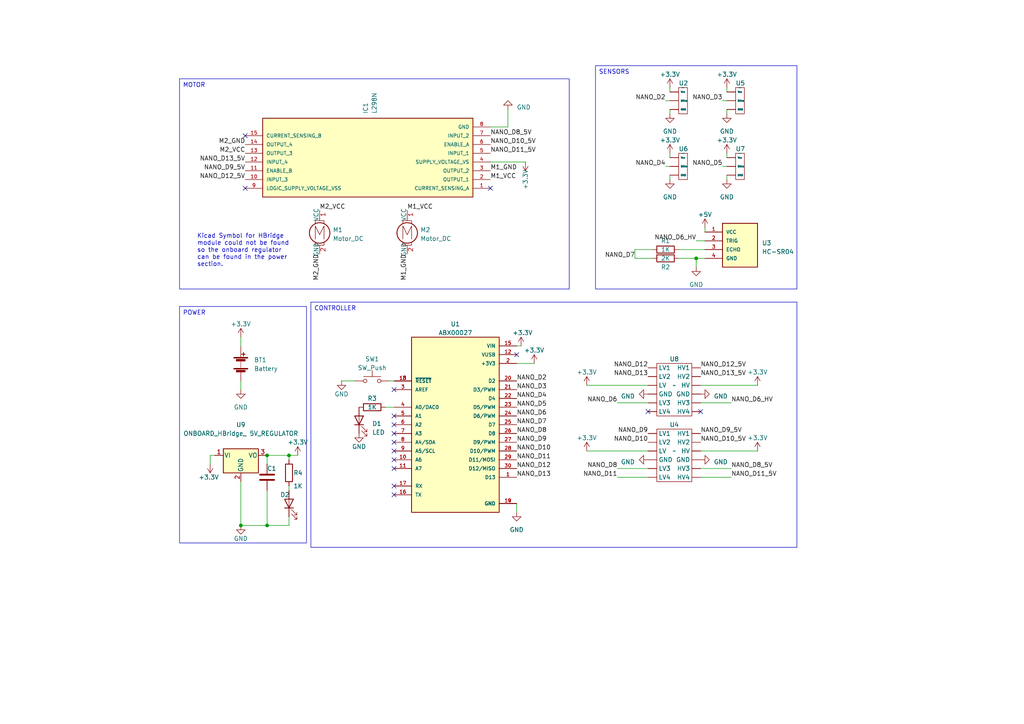
<source format=kicad_sch>
(kicad_sch (version 20230121) (generator eeschema)
  (paper "A4")
  (title_block (title "EEE3099S_Group1_Circuit_Design") (rev "1") (company "University of Cape Town") (comment 1 "Siyabonga Nhlapo (NHLSIY008)") (comment 2 "Gathuku Matheri (MTHGAT001) ") (comment 3 "Nathan Sieberhagen (SBRNAT004)") (comment 4 "Group Members:"))
  (lib_symbols
    (symbol "Device:Battery" (pin_numbers hide) (pin_names (offset 0) hide)
      (property "Reference" "BT" (at 2.54 2.54 0))
      (property "Value" "Battery" (at 2.54 0 0))
      (symbol "Battery_0_1"
        (rectangle (start -2.032 -1.397) (end 2.032 -1.651) (fill (type outline)))
        (rectangle (start -2.032 1.778) (end 2.032 1.524) (fill (type outline)))
        (rectangle (start -1.3208 -1.9812) (end 1.27 -2.4892) (fill (type outline)))
        (rectangle (start -1.3208 1.1938) (end 1.27 0.6858) (fill (type outline)))
        (polyline (pts (xy 0 -1.524) (xy 0 -1.27)))
        (polyline (pts (xy 0 -1.016) (xy 0 -0.762)))
        (polyline (pts (xy 0 -0.508) (xy 0 -0.254)))
        (polyline (pts (xy 0 0) (xy 0 0.254)))
        (polyline (pts (xy 0 0.508) (xy 0 0.762)))
        (polyline (pts (xy 0 1.778) (xy 0 2.54)))
        (polyline (pts (xy 0.254 2.667) (xy 1.27 2.667)) (stroke (width 0.254)))
        (polyline (pts (xy 0.762 3.175) (xy 0.762 2.159)) (stroke (width 0.254)))
      )
      (symbol "Battery_1_1"
        (pin passive line (at 0 5.08 270) (length 2.54) (name "+") (number "1"))
        (pin passive line (at 0 -5.08 90) (length 2.54) (name "-") (number "2"))
      )
    )
    (symbol "Device:C" (pin_numbers hide) (pin_names (offset 0.254))
      (property "Reference" "C" (at 0.635 2.54 0))
      (property "Value" "C" (at 0.635 -2.54 0))
      (symbol "C_0_1"
        (polyline (pts (xy -2.032 -0.762) (xy 2.032 -0.762)) (stroke (width 0.508)))
        (polyline (pts (xy -2.032 0.762) (xy 2.032 0.762)) (stroke (width 0.508)))
      )
      (symbol "C_1_1"
        (pin passive line (at 0 3.81 270) (length 2.794) (name "~") (number "1"))
        (pin passive line (at 0 -3.81 90) (length 2.794) (name "~") (number "2"))
      )
    )
    (symbol "Device:LED" (pin_numbers hide) (pin_names (offset 1.016) hide)
      (property "Reference" "D" (at 0 2.54 0))
      (property "Value" "LED" (at 0 -2.54 0))
      (symbol "LED_0_1"
        (polyline (pts (xy -1.27 -1.27) (xy -1.27 1.27)) (stroke (width 0.254)))
        (polyline (pts (xy -1.27 0) (xy 1.27 0)))
        (polyline (pts (xy 1.27 -1.27) (xy 1.27 1.27) (xy -1.27 0) (xy 1.27 -1.27)) (stroke (width 0.254)))
        (polyline (pts (xy -3.048 -0.762) (xy -4.572 -2.286) (xy -3.81 -2.286) (xy -4.572 -2.286) (xy -4.572 -1.524)))
        (polyline (pts (xy -1.778 -0.762) (xy -3.302 -2.286) (xy -2.54 -2.286) (xy -3.302 -2.286) (xy -3.302 -1.524)))
      )
      (symbol "LED_1_1"
        (pin passive line (at -3.81 0 0) (length 2.54) (name "K") (number "1"))
        (pin passive line (at 3.81 0 180) (length 2.54) (name "A") (number "2"))
      )
    )
    (symbol "Device:R" (pin_numbers hide) (pin_names (offset 0))
      (property "Reference" "R" (at 2.032 0 90))
      (property "Value" "R" (at 0 0 90))
      (symbol "R_0_1"
        (rectangle (start -1.016 -2.54) (end 1.016 2.54) (stroke (width 0.254)))
      )
      (symbol "R_1_1"
        (pin passive line (at 0 3.81 270) (length 1.27) (name "~") (number "1"))
        (pin passive line (at 0 -3.81 90) (length 1.27) (name "~") (number "2"))
      )
    )
    (symbol "Digital_DFrobot_1"
      (property "Reference" "U2" (at -1.27 5.08 0))
      (property "Value" "~" (at 0 3.81 0))
      (symbol "Digital_DFrobot_1_0_1"
        (polyline (pts (xy -1.27 3.81) (xy 1.27 3.81) (xy 1.27 -3.81) (xy -1.27 -3.81) (xy -1.27 3.81)))
      )
      (symbol "Digital_DFrobot_1_1_1"
        (pin input line (at -3.81 0 0) (length 2.54) (name "Dline") (number ""))
        (pin input line (at -3.81 -2.54 0) (length 2.54) (name "GND") (number ""))
        (pin input line (at -3.81 2.54 0) (length 2.54) (name "Vcc") (number ""))
      )
    )
    (symbol "EEE3099S_Project_Symbols:ABX00027" (pin_names (offset 1.016))
      (property "Reference" "U" (at -12.7 26.67 0))
      (property "Value" "ABX00027" (at -12.7 -26.67 0))
      (symbol "ABX00027_0_0"
        (rectangle (start -12.7 -25.4) (end 12.7 25.4) (stroke (width 0.254)) (fill (type background)))
        (pin bidirectional line (at 17.78 -15.24 180) (length 5.08) (name "D13") (number "1"))
        (pin input line (at -17.78 -10.16 0) (length 5.08) (name "A6") (number "10"))
        (pin input line (at -17.78 -12.7 0) (length 5.08) (name "A7") (number "11"))
        (pin power_in line (at 17.78 20.32 180) (length 5.08) (name "VUSB") (number "12"))
        (pin input line (at -17.78 12.7 0) (length 5.08) (name "~{RESET}") (number "13"))
        (pin power_in line (at 17.78 -22.86 180) (length 5.08) (name "GND") (number "14"))
        (pin power_in line (at 17.78 22.86 180) (length 5.08) (name "VIN") (number "15"))
        (pin bidirectional line (at -17.78 -20.32 0) (length 5.08) (name "TX") (number "16"))
        (pin bidirectional line (at -17.78 -17.78 0) (length 5.08) (name "RX") (number "17"))
        (pin input line (at -17.78 12.7 0) (length 5.08) (name "~{RESET}") (number "18"))
        (pin power_in line (at 17.78 -22.86 180) (length 5.08) (name "GND") (number "19"))
        (pin power_in line (at 17.78 17.78 180) (length 5.08) (name "+3V3") (number "2"))
        (pin bidirectional line (at 17.78 12.7 180) (length 5.08) (name "D2") (number "20"))
        (pin bidirectional line (at 17.78 10.16 180) (length 5.08) (name "D3/PWM") (number "21"))
        (pin bidirectional line (at 17.78 7.62 180) (length 5.08) (name "D4") (number "22"))
        (pin bidirectional line (at 17.78 5.08 180) (length 5.08) (name "D5/PWM") (number "23"))
        (pin bidirectional line (at 17.78 2.54 180) (length 5.08) (name "D6/PWM") (number "24"))
        (pin bidirectional line (at 17.78 0 180) (length 5.08) (name "D7") (number "25"))
        (pin bidirectional line (at 17.78 -2.54 180) (length 5.08) (name "D8") (number "26"))
        (pin bidirectional line (at 17.78 -5.08 180) (length 5.08) (name "D9/PWM") (number "27"))
        (pin bidirectional line (at 17.78 -7.62 180) (length 5.08) (name "D10/PWM") (number "28"))
        (pin bidirectional line (at 17.78 -10.16 180) (length 5.08) (name "D11/MOSI") (number "29"))
        (pin input line (at -17.78 10.16 0) (length 5.08) (name "AREF") (number "3"))
        (pin bidirectional line (at 17.78 -12.7 180) (length 5.08) (name "D12/MISO") (number "30"))
        (pin bidirectional line (at -17.78 5.08 0) (length 5.08) (name "A0/DAC0") (number "4"))
        (pin input line (at -17.78 2.54 0) (length 5.08) (name "A1") (number "5"))
        (pin input line (at -17.78 0 0) (length 5.08) (name "A2") (number "6"))
        (pin input line (at -17.78 -2.54 0) (length 5.08) (name "A3") (number "7"))
        (pin input line (at -17.78 -5.08 0) (length 5.08) (name "A4/SDA") (number "8"))
        (pin input line (at -17.78 -7.62 0) (length 5.08) (name "A5/SCL") (number "9"))
      )
    )
    (symbol "EEE3099S_Project_Symbols:HC-SR04" (pin_names (offset 1.016))
      (property "Reference" "U" (at 0 5.0813 0))
      (property "Value" "HC-SR04" (at 0 -10.163 0))
      (symbol "HC-SR04_0_0"
        (rectangle (start 0 -7.62) (end 10.16 5.08) (stroke (width 0.254)) (fill (type background)))
        (pin power_in line (at -5.08 2.54 0) (length 5.08) (name "VCC") (number "1"))
        (pin bidirectional line (at -5.08 0 0) (length 5.08) (name "TRIG") (number "2"))
        (pin bidirectional line (at -5.08 -2.54 0) (length 5.08) (name "ECHO") (number "3"))
        (pin power_in line (at -5.08 -5.08 0) (length 5.08) (name "GND") (number "4"))
      )
    )
    (symbol "EEE3099S_Project_Symbols:L298N" (pin_names (offset 1.016))
      (property "Reference" "IC" (at 67.31 7.62 0))
      (property "Value" "L298N" (at 67.31 5.08 0))
      (symbol "L298N_0_0"
        (rectangle (start 5.08 -20.32) (end 66.04 2.54) (stroke (width 0.254)) (fill (type background)))
        (pin input line (at 0 0 0) (length 5.08) (name "CURRENT_SENSING_A") (number "1"))
        (pin input line (at 71.12 -2.54 180) (length 5.08) (name "INPUT_3") (number "10"))
        (pin input line (at 71.12 -5.08 180) (length 5.08) (name "ENABLE_B") (number "11"))
        (pin input line (at 71.12 -7.62 180) (length 5.08) (name "INPUT_4") (number "12"))
        (pin output line (at 71.12 -10.16 180) (length 5.08) (name "OUTPUT_3") (number "13"))
        (pin output line (at 71.12 -12.7 180) (length 5.08) (name "OUTPUT_4") (number "14"))
        (pin input line (at 71.12 -15.24 180) (length 5.08) (name "CURRENT_SENSING_B") (number "15"))
        (pin output line (at 0 -2.54 0) (length 5.08) (name "OUTPUT_1") (number "2"))
        (pin output line (at 0 -5.08 0) (length 5.08) (name "OUTPUT_2") (number "3"))
        (pin power_in line (at 0 -7.62 0) (length 5.08) (name "SUPPLY_VOLTAGE_VS") (number "4"))
        (pin input line (at 0 -10.16 0) (length 5.08) (name "INPUT_1") (number "5"))
        (pin input line (at 0 -12.7 0) (length 5.08) (name "ENABLE_A") (number "6"))
        (pin input line (at 0 -15.24 0) (length 5.08) (name "INPUT_2") (number "7"))
        (pin power_in line (at 0 -17.78 0) (length 5.08) (name "GND") (number "8"))
        (pin power_in line (at 71.12 0 180) (length 5.08) (name "LOGIC_SUPPLY_VOLTAGE_VSS") (number "9"))
      )
    )
    (symbol "EEE3099S_Project_Symbols:Logic_Level_Converter_Bidirectional_4_Channel"
      (property "Reference" "U4" (at 0 7.62 0))
      (property "Value" "~" (at 0 0 0))
      (symbol "Logic_Level_Converter_Bidirectional_4_Channel_0_1"
        (polyline (pts (xy -5.08 6.35) (xy 5.08 6.35) (xy 5.08 -8.89) (xy -5.08 -8.89) (xy -5.08 6.35) (xy -5.08 6.35)))
      )
      (symbol "Logic_Level_Converter_Bidirectional_4_Channel_1_1"
        (pin input line (at -7.62 -2.54 0) (length 2.54) (name "GND") (number ""))
        (pin input line (at 7.62 -2.54 180) (length 2.54) (name "GND") (number ""))
        (pin input line (at 7.62 0 180) (length 2.54) (name "HV") (number ""))
        (pin input line (at 7.62 5.08 180) (length 2.54) (name "HV1") (number ""))
        (pin input line (at 7.62 2.54 180) (length 2.54) (name "HV2") (number ""))
        (pin input line (at 7.62 -5.08 180) (length 2.54) (name "HV3") (number ""))
        (pin input line (at 7.62 -7.62 180) (length 2.54) (name "HV4") (number ""))
        (pin input line (at -7.62 0 0) (length 2.54) (name "LV") (number ""))
        (pin input line (at -7.62 5.08 0) (length 2.54) (name "LV1") (number ""))
        (pin input line (at -7.62 2.54 0) (length 2.54) (name "LV2") (number ""))
        (pin input line (at -7.62 -5.08 0) (length 2.54) (name "LV3") (number ""))
        (pin input line (at -7.62 -7.62 0) (length 2.54) (name "LV4") (number ""))
      )
    )
    (symbol "Motor:Motor_DC_ALT" (pin_names (offset 0))
      (property "Reference" "M1" (at 3.81 -0.635 0))
      (property "Value" "Motor_DC" (at 3.81 -3.175 0))
      (symbol "Motor_DC_ALT_0_0"
        (circle (center 0 -1.524) (radius 2.9718) (stroke (width 0.254)))
        (polyline (pts (xy -1.27 -4.318) (xy -1.27 -5.08) (xy 1.27 -5.08) (xy 1.27 -4.318)))
        (polyline (pts (xy -1.27 1.27) (xy -1.27 2.032) (xy 1.27 2.032) (xy 1.27 1.27)))
        (polyline (pts (xy -1.27 -3.302) (xy -1.27 0.508) (xy 0 -2.032) (xy 1.27 0.508) (xy 1.27 -3.302)))
      )
      (symbol "Motor_DC_ALT_0_1"
        (polyline (pts (xy 0 2.032) (xy 0 2.54)))
      )
      (symbol "Motor_DC_ALT_1_1"
        (pin passive line (at 0 5.08 270) (length 2.54) (name "VCC") (number "1"))
        (pin passive line (at 0 -7.62 90) (length 2.54) (name "GND") (number "2"))
      )
    )
    (symbol "Regulator_Linear:KA78M05_TO252" (pin_names (offset 0.254))
      (property "Reference" "U" (at -3.81 3.175 0))
      (property "Value" "KA78M05_TO252" (at 0 3.175 0))
      (symbol "KA78M05_TO252_0_1"
        (rectangle (start -5.08 1.905) (end 5.08 -5.08) (stroke (width 0.254)) (fill (type background)))
      )
      (symbol "KA78M05_TO252_1_1"
        (pin power_in line (at -7.62 0 0) (length 2.54) (name "VI") (number "1"))
        (pin power_in line (at 0 -7.62 90) (length 2.54) (name "GND") (number "2"))
        (pin power_out line (at 7.62 0 180) (length 2.54) (name "VO") (number "3"))
      )
    )
    (symbol "Switch:SW_Push" (pin_numbers hide) (pin_names (offset 1.016) hide)
      (property "Reference" "SW" (at 1.27 2.54 0))
      (property "Value" "SW_Push" (at 0 -1.524 0))
      (symbol "SW_Push_0_1"
        (circle (center -2.032 0) (radius 0.508))
        (polyline (pts (xy 0 1.27) (xy 0 3.048)))
        (polyline (pts (xy 2.54 1.27) (xy -2.54 1.27)))
        (circle (center 2.032 0) (radius 0.508))
        (pin passive line (at -5.08 0 0) (length 2.54) (name "1") (number "1"))
        (pin passive line (at 5.08 0 180) (length 2.54) (name "2") (number "2"))
      )
    )
    (symbol "power:+3.3V" (power) (pin_names (offset 0))
      (property "Value" "+3.3V" (at 0 3.556 0))
      (symbol "+3.3V_0_1"
        (polyline (pts (xy -0.762 1.27) (xy 0 2.54)))
        (polyline (pts (xy 0 0) (xy 0 2.54)))
        (polyline (pts (xy 0 2.54) (xy 0.762 1.27)))
      )
      (symbol "+3.3V_1_1"
        (pin power_in line (at 0 0 90) (length 0) hide (name "+3.3V") (number "1"))
      )
    )
    (symbol "power:+5V" (power) (pin_names (offset 0))
      (property "Value" "+5V" (at 0 3.556 0))
      (symbol "+5V_0_1"
        (polyline (pts (xy -0.762 1.27) (xy 0 2.54)))
        (polyline (pts (xy 0 0) (xy 0 2.54)))
        (polyline (pts (xy 0 2.54) (xy 0.762 1.27)))
      )
      (symbol "+5V_1_1"
        (pin power_in line (at 0 0 90) (length 0) hide (name "+5V") (number "1"))
      )
    )
    (symbol "power:GND" (power) (pin_names (offset 0))
      (property "Value" "GND" (at 0 -3.81 0))
      (symbol "GND_0_1"
        (polyline (pts (xy 0 0) (xy 0 -1.27) (xy 1.27 -1.27) (xy 0 -2.54) (xy -1.27 -1.27) (xy 0 -1.27)))
      )
      (symbol "GND_1_1"
        (pin power_in line (at 0 0 270) (length 0) hide (name "GND") (number "1"))
      )
    )
  )
  (junction (at 77.47 132.08))
  (junction (at 83.82 132.08))
  (junction (at 69.85 152.4))
  (junction (at 201.93 74.93))
  (junction (at 77.47 152.4))
  (no_connect (at 114.3 125.73))
  (no_connect (at 71.12 39.37))
  (no_connect (at 187.96 119.38))
  (no_connect (at 71.12 54.61))
  (no_connect (at 114.3 135.89))
  (no_connect (at 114.3 113.03))
  (no_connect (at 114.3 130.81))
  (no_connect (at 114.3 128.27))
  (no_connect (at 114.3 123.19))
  (no_connect (at 203.2 119.38))
  (no_connect (at 114.3 120.65))
  (no_connect (at 114.3 140.97))
  (no_connect (at 114.3 143.51))
  (no_connect (at 149.86 102.87))
  (no_connect (at 114.3 133.35))
  (no_connect (at 142.24 54.61))
  (wire (pts (xy 149.86 105.41) (xy 154.94 105.41)))
  (wire (pts (xy 149.86 100.33) (xy 151.13 100.33)))
  (wire (pts (xy 83.82 149.86) (xy 83.82 152.4)))
  (wire (pts (xy 201.93 77.47) (xy 201.93 74.93)))
  (wire (pts (xy 201.93 69.85) (xy 204.47 69.85)))
  (wire (pts (xy 194.31 31.75) (xy 194.31 33.02)))
  (wire (pts (xy 60.96 132.08) (xy 62.23 132.08)))
  (wire (pts (xy 69.85 152.4) (xy 69.85 139.7)))
  (wire (pts (xy 209.55 29.21) (xy 210.82 29.21)))
  (wire (pts (xy 111.76 118.11) (xy 114.3 118.11)))
  (wire (pts (xy 77.47 142.24) (xy 77.47 152.4)))
  (wire (pts (xy 210.82 31.75) (xy 210.82 33.02)))
  (wire (pts (xy 179.07 135.89) (xy 187.96 135.89)))
  (wire (pts (xy 196.85 72.39) (xy 204.47 72.39)))
  (wire (pts (xy 212.09 116.84) (xy 203.2 116.84)))
  (wire (pts (xy 170.18 111.76) (xy 187.96 111.76)))
  (wire (pts (xy 142.24 46.99) (xy 152.4 46.99)))
  (wire (pts (xy 210.82 44.45) (xy 210.82 45.72)))
  (wire (pts (xy 83.82 132.08) (xy 77.47 132.08)))
  (wire (pts (xy 203.2 111.76) (xy 219.71 111.76)))
  (wire (pts (xy 193.04 29.21) (xy 194.31 29.21)))
  (wire (pts (xy 83.82 132.08) (xy 86.36 132.08)))
  (wire (pts (xy 113.03 110.49) (xy 114.3 110.49)))
  (wire (pts (xy 170.18 130.81) (xy 187.96 130.81)))
  (wire (pts (xy 203.2 130.81) (xy 219.71 130.81)))
  (wire (pts (xy 196.85 74.93) (xy 201.93 74.93)))
  (wire (pts (xy 194.31 50.8) (xy 194.31 52.07)))
  (wire (pts (xy 189.23 74.93) (xy 184.15 74.93)))
  (wire (pts (xy 83.82 140.97) (xy 83.82 142.24)))
  (wire (pts (xy 77.47 152.4) (xy 83.82 152.4)))
  (wire (pts (xy 179.07 138.43) (xy 187.96 138.43)))
  (wire (pts (xy 184.15 72.39) (xy 189.23 72.39)))
  (wire (pts (xy 184.15 72.39) (xy 184.15 74.93)))
  (wire (pts (xy 147.32 31.75) (xy 147.32 36.83)))
  (wire (pts (xy 69.85 97.79) (xy 69.85 100.33)))
  (wire (pts (xy 201.93 74.93) (xy 204.47 74.93)))
  (wire (pts (xy 149.86 146.05) (xy 149.86 148.59)))
  (wire (pts (xy 69.85 110.49) (xy 69.85 113.03)))
  (wire (pts (xy 212.09 138.43) (xy 203.2 138.43)))
  (wire (pts (xy 69.85 152.4) (xy 77.47 152.4)))
  (wire (pts (xy 209.55 48.26) (xy 210.82 48.26)))
  (wire (pts (xy 193.04 48.26) (xy 194.31 48.26)))
  (wire (pts (xy 210.82 50.8) (xy 210.82 52.07)))
  (wire (pts (xy 179.07 116.84) (xy 187.96 116.84)))
  (wire (pts (xy 83.82 132.08) (xy 83.82 133.35)))
  (wire (pts (xy 194.31 25.4) (xy 194.31 26.67)))
  (wire (pts (xy 212.09 135.89) (xy 203.2 135.89)))
  (wire (pts (xy 210.82 25.4) (xy 210.82 26.67)))
  (wire (pts (xy 77.47 132.08) (xy 77.47 134.62)))
  (wire (pts (xy 204.47 66.04) (xy 204.47 67.31)))
  (wire (pts (xy 194.31 44.45) (xy 194.31 45.72)))
  (wire (pts (xy 60.96 134.62) (xy 60.96 132.08)))
  (wire (pts (xy 147.32 36.83) (xy 142.24 36.83)))
  (wire (pts (xy 99.06 110.49) (xy 102.87 110.49)))
  (text_box "POWER" (at 52.07 88.9 0) (size 36.83 68.58) (effects (font (size 1.27 1.27)) (justify left top)))
  (text_box "SENSORS" (at 172.72 19.05 0) (size 58.42 64.77) (effects (font (size 1.27 1.27)) (justify left top)))
  (text_box "MOTOR" (at 52.07 22.86 0) (size 113.03 60.96) (effects (font (size 1.27 1.27)) (justify left top)))
  (text_box "CONTROLLER\n" (at 90.17 87.63 0) (size 140.97 71.12) (effects (font (size 1.27 1.27)) (justify left top)))
  (text "Kicad Symbol for HBridge \nmodule could not be found \nso the onboard regulator \ncan be found in the power \nsection." (at 57.15 77.47 0) (effects (font (size 1.27 1.27)) (justify left bottom)))
  (label "NANO_D7" (at 149.86 123.19 0))
  (label "NANO_D7" (at 184.15 74.93 180))
  (label "NANO_D13_5V" (at 203.2 109.22 0))
  (label "M2_GND" (at 92.71 73.66 270))
  (label "M2_VCC" (at 92.71 60.96 0))
  (label "NANO_D13" (at 187.96 109.22 180))
  (label "NANO_D9_5V" (at 203.2 125.73 0))
  (label "NANO_D3" (at 149.86 113.03 0))
  (label "NANO_D11_5V" (at 212.09 138.43 0))
  (label "NANO_D6" (at 149.86 120.65 0))
  (label "NANO_D2" (at 193.04 29.21 180))
  (label "NANO_D4" (at 193.04 48.26 180))
  (label "NANO_D4" (at 149.86 115.57 0))
  (label "M1_GND" (at 118.11 73.66 270))
  (label "NANO_D8" (at 149.86 125.73 0))
  (label "NANO_D5" (at 149.86 118.11 0))
  (label "NANO_D5" (at 209.55 48.26 180))
  (label "NANO_D12" (at 187.96 106.68 180))
  (label "M2_VCC" (at 71.12 44.45 180))
  (label "NANO_D8" (at 179.07 135.89 180))
  (label "M1_VCC" (at 118.11 60.96 0))
  (label "NANO_D11" (at 179.07 138.43 180))
  (label "NANO_D6" (at 179.07 116.84 180))
  (label "NANO_D6_HV" (at 201.93 69.85 180))
  (label "NANO_D12_5V" (at 203.2 106.68 0))
  (label "NANO_D10" (at 149.86 130.81 0))
  (label "NANO_D6_HV" (at 212.09 116.84 0))
  (label "NANO_D2" (at 149.86 110.49 0))
  (label "NANO_D12_5V" (at 71.12 52.07 180))
  (label "NANO_D13_5V" (at 71.12 46.99 180))
  (label "NANO_D9" (at 187.96 125.73 180))
  (label "NANO_D11_5V" (at 142.24 44.45 0))
  (label "NANO_D10" (at 187.96 128.27 180))
  (label "NANO_D3" (at 209.55 29.21 180))
  (label "M1_GND" (at 142.24 49.53 0))
  (label "M1_VCC" (at 142.24 52.07 0))
  (label "NANO_D8_5V" (at 142.24 39.37 0))
  (label "NANO_D11" (at 149.86 133.35 0))
  (label "NANO_D8_5V" (at 212.09 135.89 0))
  (label "NANO_D9_5V" (at 71.12 49.53 180))
  (label "NANO_D13" (at 149.86 138.43 0))
  (label "M2_GND" (at 71.12 41.91 180))
  (label "NANO_D12" (at 149.86 135.89 0))
  (label "NANO_D10_5V" (at 203.2 128.27 0))
  (label "NANO_D9" (at 149.86 128.27 0))
  (label "NANO_D10_5V" (at 142.24 41.91 0))
  (symbol (lib_id "Device:R") (at 83.82 137.16 0) (unit 1)
    (property "Reference" "R4" (at 85.09 137.16 0) (effects (justify left)))
    (property "Value" "1K" (at 85.09 140.97 0) (effects (justify left)))
  )
  (symbol (lib_id "Motor:Motor_DC_ALT") (at 118.11 66.04 0) (unit 1)
    (property "Reference" "M2" (at 121.92 66.675 0) (effects (justify left)))
    (property "Value" "Motor_DC" (at 121.92 69.215 0) (effects (justify left)))
  )
  (symbol (lib_id "power:GND") (at 203.2 114.3 90) (unit 1)
    (property "Reference" "#PWR024" (effects hide))
    (property "Value" "GND" (at 207.01 114.935 90) (effects (justify right)))
  )
  (symbol (lib_id "EEE3099S_Project_Symbols:Logic_Level_Converter_Bidirectional_4_Channel") (at 195.58 130.81 0) (unit 1)
    (property "Reference" "U4" (at 195.58 123.19 0))
    (property "Value" "~" (at 195.58 130.81 0))
  )
  (symbol (lib_id "Device:C") (at 77.47 138.43 180) (unit 1)
    (property "Reference" "C1" (at 77.47 135.89 0) (effects (justify right)))
    (property "Value" "C" (effects hide))
  )
  (symbol (lib_id "power:+3.3V") (at 154.94 105.41 0) (unit 1)
    (property "Reference" "#PWR012" (effects hide))
    (property "Value" "+3.3V" (at 154.94 101.6 0))
  )
  (symbol (lib_id "EEE3099S_Project_Symbols:Logic_Level_Converter_Bidirectional_4_Channel") (at 195.58 111.76 0) (unit 1)
    (property "Reference" "U8" (at 195.58 104.14 0))
    (property "Value" "~" (at 195.58 111.76 0))
  )
  (symbol (lib_id "Device:Battery") (at 69.85 105.41 0) (unit 1)
    (property "Reference" "BT1" (at 73.66 104.394 0) (effects (justify left)))
    (property "Value" "Battery" (at 73.66 106.934 0) (effects (justify left)))
  )
  (symbol (lib_id "power:GND") (at 210.82 52.07 0) (unit 1)
    (property "Reference" "#PWR08" (effects hide))
    (property "Value" "GND" (at 210.82 57.15 0))
  )
  (symbol (lib_id "power:GND") (at 104.14 125.73 0) (unit 1)
    (property "Reference" "#PWR013" (effects hide))
    (property "Value" "GND" (at 104.14 129.54 0))
  )
  (symbol (lib_id "EEE3099S_Project_Symbols:HC-SR04") (at 209.55 69.85 0) (unit 1)
    (property "Reference" "U3" (at 220.98 70.485 0) (effects (justify left)))
    (property "Value" "HC-SR04" (at 220.98 73.025 0) (effects (justify left)))
    (property "Footprint" "XCVR_HC-SR04" (effects hide))
    (property "MANUFACTURER" "Osepp" (effects hide))
  )
  (symbol (lib_name "Digital_DFrobot_1") (lib_id "EEE3099S_Project_Symbols:Digital_DFrobot") (at 198.12 29.21 0) (unit 1)
    (property "Reference" "U2" (at 196.85 24.13 0) (effects (justify left)))
    (property "Value" "~" (at 198.12 25.4 0))
  )
  (symbol (lib_name "Digital_DFrobot_1") (lib_id "EEE3099S_Project_Symbols:Digital_DFrobot") (at 198.12 48.26 0) (unit 1)
    (property "Reference" "U6" (at 196.85 43.18 0) (effects (justify left)))
    (property "Value" "~" (at 198.12 44.45 0))
  )
  (symbol (lib_id "Device:LED") (at 83.82 146.05 90) (unit 1)
    (property "Reference" "D2" (at 81.28 143.51 90) (effects (justify right)))
    (property "Value" "LED" (effects hide))
  )
  (symbol (lib_id "power:GND") (at 187.96 133.35 270) (unit 1)
    (property "Reference" "#PWR022" (effects hide))
    (property "Value" "GND" (at 184.15 133.985 90) (effects (justify right)))
  )
  (symbol (lib_id "power:GND") (at 194.31 33.02 0) (unit 1)
    (property "Reference" "#PWR02" (effects hide))
    (property "Value" "GND" (at 194.31 38.1 0))
  )
  (symbol (lib_id "Device:R") (at 193.04 72.39 90) (unit 1)
    (property "Reference" "R1" (at 193.04 69.85 90))
    (property "Value" "1K" (at 193.04 72.39 90))
  )
  (symbol (lib_id "Regulator_Linear:KA78M05_TO252") (at 69.85 132.08 0) (unit 1)
    (property "Reference" "U9" (at 69.85 123.19 0))
    (property "Value" "ONBOARD_HBridge_ 5V_REGULATOR" (at 69.85 125.73 0))
    (property "Footprint" "Package_TO_SOT_SMD:TO-252-2" (effects hide))
    (property "Datasheet" "https://www.onsemi.com/pub/Collateral/MC78M00-D.PDF" (effects hide))
  )
  (symbol (lib_id "power:+3.3V") (at 219.71 111.76 0) (unit 1)
    (property "Reference" "#PWR020" (effects hide))
    (property "Value" "+5V" (at 219.71 107.95 0))
  )
  (symbol (lib_id "Device:R") (at 107.95 118.11 90) (unit 1)
    (property "Reference" "R3" (at 107.95 115.57 90))
    (property "Value" "1K" (at 107.95 118.11 90))
  )
  (symbol (lib_id "power:+3.3V") (at 152.4 46.99 180) (unit 1)
    (property "Reference" "#PWR031" (effects hide))
    (property "Value" "7.4V" (at 152.4 52.07 90))
  )
  (symbol (lib_id "Motor:Motor_DC_ALT") (at 92.71 66.04 0) (unit 1)
    (property "Reference" "M1" (at 96.52 66.675 0) (effects (justify left)))
    (property "Value" "Motor_DC" (at 96.52 69.215 0) (effects (justify left)))
  )
  (symbol (lib_id "power:GND") (at 194.31 52.07 0) (unit 1)
    (property "Reference" "#PWR06" (effects hide))
    (property "Value" "GND" (at 194.31 57.15 0))
  )
  (symbol (lib_id "power:+3.3V") (at 210.82 25.4 0) (unit 1)
    (property "Reference" "#PWR03" (effects hide))
    (property "Value" "+3.3V" (at 210.82 21.59 0))
  )
  (symbol (lib_id "power:+3.3V") (at 69.85 97.79 0) (unit 1)
    (property "Reference" "#PWR026" (effects hide))
    (property "Value" "+7.4V" (at 69.85 93.98 0))
  )
  (symbol (lib_id "power:GND") (at 69.85 152.4 0) (unit 1)
    (property "Reference" "#PWR030" (effects hide))
    (property "Value" "GND" (at 69.85 156.21 0))
  )
  (symbol (lib_id "power:+3.3V") (at 86.36 132.08 0) (unit 1)
    (property "Reference" "#PWR014" (effects hide))
    (property "Value" "+5V" (at 86.36 128.27 0))
  )
  (symbol (lib_id "power:GND") (at 201.93 77.47 0) (unit 1)
    (property "Reference" "#PWR010" (effects hide))
    (property "Value" "GND" (at 201.93 82.55 0))
  )
  (symbol (lib_id "power:GND") (at 149.86 148.59 0) (unit 1)
    (property "Reference" "#PWR018" (effects hide))
    (property "Value" "GND" (at 149.86 153.67 0))
  )
  (symbol (lib_id "power:+5V") (at 204.47 66.04 0) (unit 1)
    (property "Reference" "#PWR09" (effects hide))
    (property "Value" "+5V" (at 204.47 62.23 0))
  )
  (symbol (lib_id "power:GND") (at 187.96 114.3 270) (unit 1)
    (property "Reference" "#PWR023" (effects hide))
    (property "Value" "GND" (at 184.15 114.935 90) (effects (justify right)))
  )
  (symbol (lib_name "Digital_DFrobot_1") (lib_id "EEE3099S_Project_Symbols:Digital_DFrobot") (at 214.63 48.26 0) (unit 1)
    (property "Reference" "U7" (at 213.36 43.18 0) (effects (justify left)))
    (property "Value" "~" (at 214.63 44.45 0))
  )
  (symbol (lib_id "power:+3.3V") (at 194.31 44.45 0) (unit 1)
    (property "Reference" "#PWR05" (effects hide))
    (property "Value" "+3.3V" (at 194.31 40.64 0))
  )
  (symbol (lib_id "power:+3.3V") (at 60.96 134.62 180) (unit 1)
    (property "Reference" "#PWR028" (effects hide))
    (property "Value" "+7.4V" (at 63.5 138.43 0) (effects (justify left)))
  )
  (symbol (lib_id "power:+3.3V") (at 170.18 111.76 0) (unit 1)
    (property "Reference" "#PWR019" (effects hide))
    (property "Value" "+3.3V" (at 170.18 107.95 0))
  )
  (symbol (lib_id "power:GND") (at 99.06 110.49 0) (unit 1)
    (property "Reference" "#PWR025" (effects hide))
    (property "Value" "GND" (at 99.06 114.3 0))
  )
  (symbol (lib_id "Switch:SW_Push") (at 107.95 110.49 0) (unit 1)
    (property "Reference" "SW1" (at 107.95 104.14 0))
    (property "Value" "SW_Push" (at 107.95 106.68 0))
  )
  (symbol (lib_id "power:GND") (at 147.32 31.75 180) (unit 1)
    (property "Reference" "#PWR015" (effects hide))
    (property "Value" "GND" (at 149.86 31.115 0) (effects (justify right)))
  )
  (symbol (lib_id "power:+3.3V") (at 170.18 130.81 0) (unit 1)
    (property "Reference" "#PWR016" (effects hide))
    (property "Value" "+3.3V" (at 170.18 127 0))
  )
  (symbol (lib_id "power:GND") (at 203.2 133.35 90) (unit 1)
    (property "Reference" "#PWR021" (effects hide))
    (property "Value" "GND" (at 207.01 133.985 90) (effects (justify right)))
  )
  (symbol (lib_id "power:GND") (at 69.85 113.03 0) (unit 1)
    (property "Reference" "#PWR027" (effects hide))
    (property "Value" "GND" (at 69.85 118.11 0))
  )
  (symbol (lib_id "EEE3099S_Project_Symbols:L298N") (at 142.24 54.61 180) (unit 1)
    (property "Reference" "IC1" (at 106.045 33.02 90) (effects (justify right)))
    (property "Value" "L298N" (at 108.585 33.02 90) (effects (justify right)))
    (property "Footprint" "TO127P500X2020X2210-15P" (effects hide))
    (property "Manufacturer_Name" "STMicroelectronics" (effects hide))
    (property "Mouser_Price-Stock" "https://www.mouser.co.uk/ProductDetail/STMicroelectronics/L298N/?qs=gr8Zi5OG3Mj6jDtNclcF9Q%3D%3D" (effects hide))
    (property "Description" "L298N, Full Bridge Motor Driver, 3A Dual Full Bridge Motor Driver,, 25W 4.8  46 V, 15-Pin MULTIWATT 15" (effects hide))
    (property "Mouser_Part_Number" "511-L298" (effects hide))
    (property "Height" "5mm" (effects hide))
    (property "Manufacturer_Part_Number" "L298N" (effects hide))
  )
  (symbol (lib_id "power:+3.3V") (at 194.31 25.4 0) (unit 1)
    (property "Reference" "#PWR01" (effects hide))
    (property "Value" "+3.3V" (at 194.31 21.59 0))
  )
  (symbol (lib_name "Digital_DFrobot_1") (lib_id "EEE3099S_Project_Symbols:Digital_DFrobot") (at 214.63 29.21 0) (unit 1)
    (property "Reference" "U5" (at 213.36 24.13 0) (effects (justify left)))
    (property "Value" "~" (at 214.63 25.4 0))
  )
  (symbol (lib_id "power:+3.3V") (at 219.71 130.81 0) (unit 1)
    (property "Reference" "#PWR017" (effects hide))
    (property "Value" "+5V" (at 219.71 127 0))
  )
  (symbol (lib_id "power:+3.3V") (at 210.82 44.45 0) (unit 1)
    (property "Reference" "#PWR07" (effects hide))
    (property "Value" "+3.3V" (at 210.82 40.64 0))
  )
  (symbol (lib_id "EEE3099S_Project_Symbols:ABX00027") (at 132.08 123.19 0) (unit 1)
    (property "Reference" "U1" (at 132.08 93.98 0))
    (property "Value" "ABX00027" (at 132.08 96.52 0))
    (property "Footprint" "MODULE_ABX00027" (effects hide))
    (property "MF" "Arduino" (effects hide))
    (property "DESCRIPTION" "ATSAMD21G18A Arduino Nano 33 IoT SAM D ARM® Cortex®-M0+ MCU 32-Bit Embedded Evaluation Board" (effects hide))
    (property "PACKAGE" "None" (effects hide))
    (property "PRICE" "None" (effects hide))
    (property "MP" "ABX00027" (effects hide))
    (property "DIGIKEY-PURCHASE-URL" "https://snapeda.com/shop?store=DigiKey&id=3949339" (effects hide))
    (property "AVAILABILITY" "Unavailable" (effects hide))
  )
  (symbol (lib_id "Device:R") (at 193.04 74.93 90) (unit 1)
    (property "Reference" "R2" (at 193.04 77.47 90))
    (property "Value" "2K" (at 193.04 74.93 90))
  )
  (symbol (lib_id "power:GND") (at 210.82 33.02 0) (unit 1)
    (property "Reference" "#PWR04" (effects hide))
    (property "Value" "GND" (at 210.82 38.1 0))
  )
  (symbol (lib_id "power:+3.3V") (at 151.13 100.33 0) (unit 1)
    (property "Reference" "#PWR011" (effects hide))
    (property "Value" "+7.4V" (at 148.59 96.52 0) (effects (justify left)))
  )
  (symbol (lib_id "Device:LED") (at 104.14 121.92 90) (unit 1)
    (property "Reference" "D1" (at 107.95 122.8725 90) (effects (justify right)))
    (property "Value" "LED" (at 107.95 125.4125 90) (effects (justify right)))
  )
)
</source>
